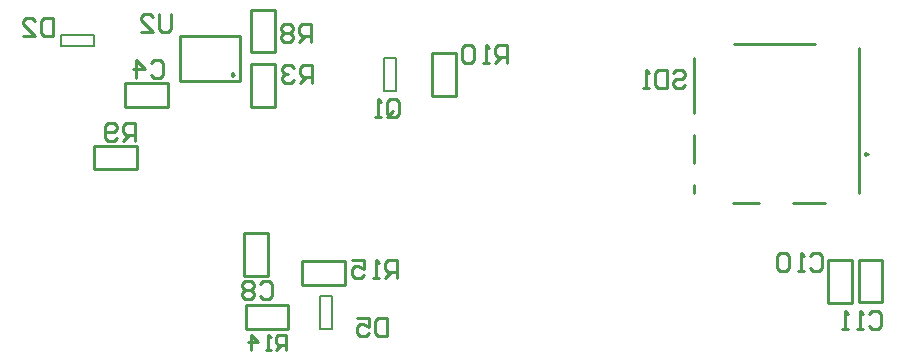
<source format=gbo>
G04*
G04 #@! TF.GenerationSoftware,Altium Limited,Altium Designer,18.1.7 (191)*
G04*
G04 Layer_Color=32896*
%FSLAX25Y25*%
%MOIN*%
G70*
G01*
G75*
%ADD10C,0.01000*%
%ADD12C,0.00787*%
D10*
X95402Y-30303D02*
X94652Y-29870D01*
Y-30736D01*
X95402Y-30303D01*
X306563Y-56791D02*
X305813Y-56358D01*
Y-57224D01*
X306563Y-56791D01*
X118110Y-92520D02*
X132283D01*
X118110Y-100394D02*
Y-92520D01*
Y-100394D02*
X132283D01*
Y-92520D01*
X99213Y-107087D02*
X113386D01*
X99213Y-114961D02*
Y-107087D01*
Y-114961D02*
X113386D01*
Y-107087D01*
X161417Y-37402D02*
X169291D01*
X161417D02*
Y-23228D01*
X169291D01*
Y-37402D02*
Y-23228D01*
X48819Y-61811D02*
Y-53937D01*
X62992D01*
Y-61811D02*
Y-53937D01*
X48819Y-61811D02*
X62992D01*
X101181Y-22835D02*
X109055D01*
X101181D02*
Y-8661D01*
X109055D01*
Y-22835D02*
Y-8661D01*
X101181Y-40945D02*
X109055D01*
X101181D02*
Y-26772D01*
X109055D01*
Y-40945D02*
Y-26772D01*
X97401Y-32303D02*
Y-17303D01*
X77402D02*
X97401D01*
X77402Y-32303D02*
X97401D01*
X77402D02*
Y-17303D01*
X284409Y-72933D02*
X289921D01*
X281653D02*
X284409D01*
X289921D02*
X292284D01*
X261575D02*
X270236D01*
X248780Y-66949D02*
X248819Y-69784D01*
X248780Y-59902D02*
Y-50295D01*
Y-24705D02*
X248819Y-43012D01*
X261968Y-20177D02*
X289134D01*
X303701Y-69784D02*
Y-21358D01*
X293386Y-106299D02*
Y-92126D01*
Y-106299D02*
X301260D01*
Y-92126D01*
X293386D02*
X301260D01*
X311417Y-106199D02*
Y-92026D01*
X303543D02*
X311417D01*
X303543Y-106199D02*
Y-92026D01*
Y-106199D02*
X311417D01*
X59055Y-40945D02*
Y-33071D01*
X73228D01*
Y-40945D02*
Y-33071D01*
X59055Y-40945D02*
X73228D01*
X98819Y-83071D02*
X106693D01*
Y-97244D02*
Y-83071D01*
X98819Y-97244D02*
X106693D01*
X98819D02*
Y-83071D01*
X186221Y-26378D02*
Y-20380D01*
X183221D01*
X182222Y-21380D01*
Y-23379D01*
X183221Y-24379D01*
X186221D01*
X184221D02*
X182222Y-26378D01*
X180222D02*
X178223D01*
X179223D01*
Y-20380D01*
X180222Y-21380D01*
X175224D02*
X174224Y-20380D01*
X172225D01*
X171225Y-21380D01*
Y-25378D01*
X172225Y-26378D01*
X174224D01*
X175224Y-25378D01*
Y-21380D01*
X146395Y-43488D02*
Y-39490D01*
X147395Y-38490D01*
X149394D01*
X150394Y-39490D01*
Y-43488D01*
X149394Y-44488D01*
X147395D01*
X148394Y-42489D02*
X146395Y-44488D01*
X147395D02*
X146395Y-43488D01*
X144396Y-44488D02*
X142396D01*
X143396D01*
Y-38490D01*
X144396Y-39490D01*
X74410Y-10144D02*
Y-15142D01*
X73410Y-16142D01*
X71410D01*
X70411Y-15142D01*
Y-10144D01*
X64413Y-16142D02*
X68411D01*
X64413Y-12143D01*
Y-11143D01*
X65412Y-10144D01*
X67412D01*
X68411Y-11143D01*
X241671Y-29647D02*
X242670Y-28648D01*
X244670D01*
X245669Y-29647D01*
Y-30647D01*
X244670Y-31647D01*
X242670D01*
X241671Y-32646D01*
Y-33646D01*
X242670Y-34646D01*
X244670D01*
X245669Y-33646D01*
X239671Y-28648D02*
Y-34646D01*
X236672D01*
X235672Y-33646D01*
Y-29647D01*
X236672Y-28648D01*
X239671D01*
X233673Y-34646D02*
X231674D01*
X232674D01*
Y-28648D01*
X233673Y-29647D01*
X149606Y-98032D02*
Y-92033D01*
X146607D01*
X145608Y-93033D01*
Y-95033D01*
X146607Y-96032D01*
X149606D01*
X147607D02*
X145608Y-98032D01*
X143608D02*
X141609D01*
X142609D01*
Y-92033D01*
X143608Y-93033D01*
X134611Y-92033D02*
X138610D01*
Y-95033D01*
X136610Y-94033D01*
X135611D01*
X134611Y-95033D01*
Y-97032D01*
X135611Y-98032D01*
X137610D01*
X138610Y-97032D01*
X112598Y-122047D02*
Y-117049D01*
X110099D01*
X109266Y-117882D01*
Y-119548D01*
X110099Y-120381D01*
X112598D01*
X110932D02*
X109266Y-122047D01*
X107600D02*
X105934D01*
X106767D01*
Y-117049D01*
X107600Y-117882D01*
X100935Y-122047D02*
Y-117049D01*
X103435Y-119548D01*
X100102D01*
X62205Y-52362D02*
Y-46364D01*
X59206D01*
X58206Y-47364D01*
Y-49363D01*
X59206Y-50363D01*
X62205D01*
X60205D02*
X58206Y-52362D01*
X56207Y-51363D02*
X55207Y-52362D01*
X53208D01*
X52208Y-51363D01*
Y-47364D01*
X53208Y-46364D01*
X55207D01*
X56207Y-47364D01*
Y-48364D01*
X55207Y-49363D01*
X52208D01*
X120866Y-19291D02*
Y-13293D01*
X117867D01*
X116867Y-14293D01*
Y-16292D01*
X117867Y-17292D01*
X120866D01*
X118867D02*
X116867Y-19291D01*
X114868Y-14293D02*
X113868Y-13293D01*
X111869D01*
X110869Y-14293D01*
Y-15293D01*
X111869Y-16292D01*
X110869Y-17292D01*
Y-18292D01*
X111869Y-19291D01*
X113868D01*
X114868Y-18292D01*
Y-17292D01*
X113868Y-16292D01*
X114868Y-15293D01*
Y-14293D01*
X113868Y-16292D02*
X111869D01*
X121260Y-33071D02*
Y-27073D01*
X118261D01*
X117261Y-28073D01*
Y-30072D01*
X118261Y-31071D01*
X121260D01*
X119261D02*
X117261Y-33071D01*
X115262Y-28073D02*
X114262Y-27073D01*
X112263D01*
X111263Y-28073D01*
Y-29072D01*
X112263Y-30072D01*
X113262D01*
X112263D01*
X111263Y-31071D01*
Y-32071D01*
X112263Y-33071D01*
X114262D01*
X115262Y-32071D01*
X146457Y-111325D02*
Y-117323D01*
X143458D01*
X142458Y-116323D01*
Y-112325D01*
X143458Y-111325D01*
X146457D01*
X136460D02*
X140459D01*
Y-114324D01*
X138459Y-113324D01*
X137460D01*
X136460Y-114324D01*
Y-116323D01*
X137460Y-117323D01*
X139459D01*
X140459Y-116323D01*
X35039Y-11305D02*
Y-17303D01*
X32040D01*
X31041Y-16304D01*
Y-12305D01*
X32040Y-11305D01*
X35039D01*
X25043Y-17303D02*
X29041D01*
X25043Y-13304D01*
Y-12305D01*
X26042Y-11305D01*
X28042D01*
X29041Y-12305D01*
X307025Y-110223D02*
X308025Y-109223D01*
X310024D01*
X311024Y-110223D01*
Y-114221D01*
X310024Y-115221D01*
X308025D01*
X307025Y-114221D01*
X305026Y-115221D02*
X303026D01*
X304026D01*
Y-109223D01*
X305026Y-110223D01*
X300027Y-115221D02*
X298028D01*
X299027D01*
Y-109223D01*
X300027Y-110223D01*
X287340Y-90671D02*
X288340Y-89671D01*
X290339D01*
X291339Y-90671D01*
Y-94670D01*
X290339Y-95669D01*
X288340D01*
X287340Y-94670D01*
X285340Y-95669D02*
X283341D01*
X284341D01*
Y-89671D01*
X285340Y-90671D01*
X280342D02*
X279343Y-89671D01*
X277343D01*
X276343Y-90671D01*
Y-94670D01*
X277343Y-95669D01*
X279343D01*
X280342Y-94670D01*
Y-90671D01*
X103875Y-100120D02*
X104875Y-99120D01*
X106874D01*
X107874Y-100120D01*
Y-104118D01*
X106874Y-105118D01*
X104875D01*
X103875Y-104118D01*
X101876Y-100120D02*
X100876Y-99120D01*
X98877D01*
X97877Y-100120D01*
Y-101119D01*
X98877Y-102119D01*
X97877Y-103119D01*
Y-104118D01*
X98877Y-105118D01*
X100876D01*
X101876Y-104118D01*
Y-103119D01*
X100876Y-102119D01*
X101876Y-101119D01*
Y-100120D01*
X100876Y-102119D02*
X98877D01*
X67655Y-26498D02*
X68655Y-25498D01*
X70654D01*
X71653Y-26498D01*
Y-30496D01*
X70654Y-31496D01*
X68655D01*
X67655Y-30496D01*
X62656Y-31496D02*
Y-25498D01*
X65655Y-28497D01*
X61657D01*
D12*
X128059Y-114961D02*
Y-103937D01*
X124122Y-114961D02*
Y-103937D01*
X128059D01*
X124122Y-114961D02*
X128059D01*
X145276Y-35614D02*
X149213D01*
X145276Y-24590D02*
X149213D01*
X145276Y-35614D02*
Y-24590D01*
X149213Y-35614D02*
Y-24590D01*
X48819Y-20866D02*
Y-16929D01*
X37795Y-20866D02*
Y-16929D01*
Y-20866D02*
X48819D01*
X37795Y-16929D02*
X48819D01*
M02*

</source>
